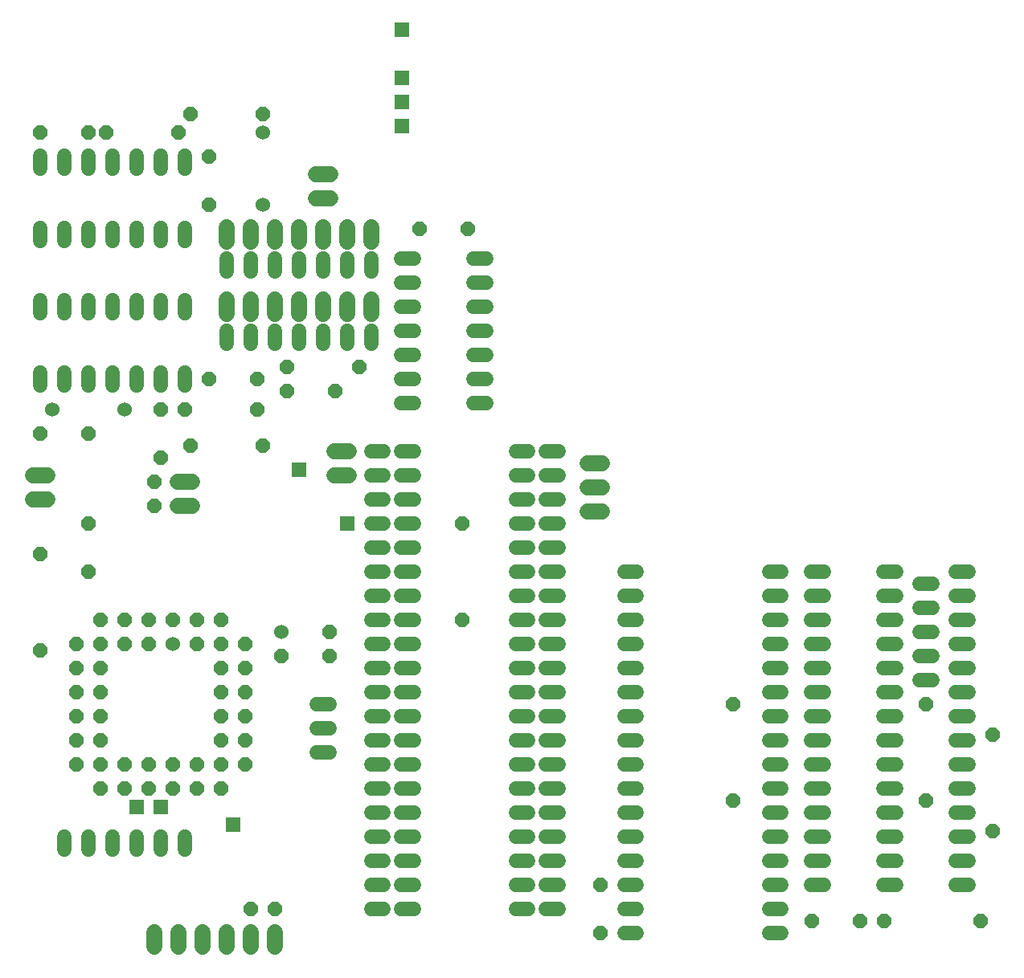
<source format=gbs>
G75*
G70*
%OFA0B0*%
%FSLAX24Y24*%
%IPPOS*%
%LPD*%
%AMOC8*
5,1,8,0,0,1.08239X$1,22.5*
%
%ADD10C,0.0600*%
%ADD11OC8,0.0600*%
%ADD12C,0.0680*%
%ADD13C,0.0600*%
%ADD14R,0.0595X0.0595*%
%ADD15R,0.0611X0.0611*%
D10*
X003374Y006150D02*
X003374Y006670D01*
X004374Y006670D02*
X004374Y006150D01*
X005374Y006150D02*
X005374Y006670D01*
X006374Y006670D02*
X006374Y006150D01*
X007374Y006150D02*
X007374Y006670D01*
X008374Y006670D02*
X008374Y006150D01*
X013864Y010160D02*
X014384Y010160D01*
X014384Y011160D02*
X013864Y011160D01*
X013864Y012160D02*
X014384Y012160D01*
X016114Y011660D02*
X016634Y011660D01*
X017364Y011660D02*
X017884Y011660D01*
X017884Y010660D02*
X017364Y010660D01*
X016634Y010660D02*
X016114Y010660D01*
X016114Y009660D02*
X016634Y009660D01*
X017364Y009660D02*
X017884Y009660D01*
X017884Y008660D02*
X017364Y008660D01*
X016634Y008660D02*
X016114Y008660D01*
X016114Y007660D02*
X016634Y007660D01*
X017364Y007660D02*
X017884Y007660D01*
X017884Y006660D02*
X017364Y006660D01*
X016634Y006660D02*
X016114Y006660D01*
X016114Y005660D02*
X016634Y005660D01*
X017364Y005660D02*
X017884Y005660D01*
X017884Y004660D02*
X017364Y004660D01*
X016634Y004660D02*
X016114Y004660D01*
X016114Y003660D02*
X016634Y003660D01*
X017364Y003660D02*
X017884Y003660D01*
X022114Y003660D02*
X022634Y003660D01*
X023364Y003660D02*
X023884Y003660D01*
X023884Y004660D02*
X023364Y004660D01*
X022634Y004660D02*
X022114Y004660D01*
X022114Y005660D02*
X022634Y005660D01*
X023364Y005660D02*
X023884Y005660D01*
X023884Y006660D02*
X023364Y006660D01*
X022634Y006660D02*
X022114Y006660D01*
X022114Y007660D02*
X022634Y007660D01*
X023364Y007660D02*
X023884Y007660D01*
X023884Y008660D02*
X023364Y008660D01*
X022634Y008660D02*
X022114Y008660D01*
X022114Y009660D02*
X022634Y009660D01*
X023364Y009660D02*
X023884Y009660D01*
X023884Y010660D02*
X023364Y010660D01*
X022634Y010660D02*
X022114Y010660D01*
X022114Y011660D02*
X022634Y011660D01*
X023364Y011660D02*
X023884Y011660D01*
X023884Y012660D02*
X023364Y012660D01*
X022634Y012660D02*
X022114Y012660D01*
X022114Y013660D02*
X022634Y013660D01*
X023364Y013660D02*
X023884Y013660D01*
X023884Y014660D02*
X023364Y014660D01*
X022634Y014660D02*
X022114Y014660D01*
X022114Y015660D02*
X022634Y015660D01*
X023364Y015660D02*
X023884Y015660D01*
X023884Y016660D02*
X023364Y016660D01*
X022634Y016660D02*
X022114Y016660D01*
X022114Y017660D02*
X022634Y017660D01*
X023364Y017660D02*
X023884Y017660D01*
X023884Y018660D02*
X023364Y018660D01*
X022634Y018660D02*
X022114Y018660D01*
X022114Y019660D02*
X022634Y019660D01*
X023364Y019660D02*
X023884Y019660D01*
X023884Y020660D02*
X023364Y020660D01*
X022634Y020660D02*
X022114Y020660D01*
X022114Y021660D02*
X022634Y021660D01*
X023364Y021660D02*
X023884Y021660D01*
X023884Y022660D02*
X023364Y022660D01*
X022634Y022660D02*
X022114Y022660D01*
X020884Y024660D02*
X020364Y024660D01*
X020364Y025660D02*
X020884Y025660D01*
X020884Y026660D02*
X020364Y026660D01*
X020364Y027660D02*
X020884Y027660D01*
X020884Y028660D02*
X020364Y028660D01*
X020364Y029660D02*
X020884Y029660D01*
X020884Y030660D02*
X020364Y030660D01*
X017884Y030660D02*
X017364Y030660D01*
X017364Y029660D02*
X017884Y029660D01*
X017884Y028660D02*
X017364Y028660D01*
X017364Y027660D02*
X017884Y027660D01*
X017884Y026660D02*
X017364Y026660D01*
X017364Y025660D02*
X017884Y025660D01*
X017884Y024660D02*
X017364Y024660D01*
X017364Y022660D02*
X017884Y022660D01*
X017884Y021660D02*
X017364Y021660D01*
X016634Y021660D02*
X016114Y021660D01*
X016114Y020660D02*
X016634Y020660D01*
X017364Y020660D02*
X017884Y020660D01*
X017884Y019660D02*
X017364Y019660D01*
X016634Y019660D02*
X016114Y019660D01*
X016114Y018660D02*
X016634Y018660D01*
X017364Y018660D02*
X017884Y018660D01*
X017884Y017660D02*
X017364Y017660D01*
X016634Y017660D02*
X016114Y017660D01*
X016114Y016660D02*
X016634Y016660D01*
X017364Y016660D02*
X017884Y016660D01*
X017884Y015660D02*
X017364Y015660D01*
X016634Y015660D02*
X016114Y015660D01*
X016114Y014660D02*
X016634Y014660D01*
X017364Y014660D02*
X017884Y014660D01*
X017884Y013660D02*
X017364Y013660D01*
X016634Y013660D02*
X016114Y013660D01*
X016114Y012660D02*
X016634Y012660D01*
X017364Y012660D02*
X017884Y012660D01*
X026614Y012660D02*
X027134Y012660D01*
X027134Y011660D02*
X026614Y011660D01*
X026614Y010660D02*
X027134Y010660D01*
X027134Y009660D02*
X026614Y009660D01*
X026614Y008660D02*
X027134Y008660D01*
X027134Y007660D02*
X026614Y007660D01*
X026614Y006660D02*
X027134Y006660D01*
X027134Y005660D02*
X026614Y005660D01*
X026614Y004660D02*
X027134Y004660D01*
X027134Y003660D02*
X026614Y003660D01*
X026614Y002660D02*
X027134Y002660D01*
X032614Y002660D02*
X033134Y002660D01*
X033134Y003660D02*
X032614Y003660D01*
X032614Y004660D02*
X033134Y004660D01*
X033134Y005660D02*
X032614Y005660D01*
X032614Y006660D02*
X033134Y006660D01*
X033134Y007660D02*
X032614Y007660D01*
X032614Y008660D02*
X033134Y008660D01*
X033134Y009660D02*
X032614Y009660D01*
X032614Y010660D02*
X033134Y010660D01*
X033134Y011660D02*
X032614Y011660D01*
X032614Y012660D02*
X033134Y012660D01*
X033134Y013660D02*
X032614Y013660D01*
X032614Y014660D02*
X033134Y014660D01*
X033134Y015660D02*
X032614Y015660D01*
X032614Y016660D02*
X033134Y016660D01*
X033134Y017660D02*
X032614Y017660D01*
X034364Y017660D02*
X034884Y017660D01*
X034364Y017660D01*
X034364Y016660D02*
X034884Y016660D01*
X034364Y016660D01*
X034364Y015660D02*
X034884Y015660D01*
X034364Y015660D01*
X034364Y014660D02*
X034884Y014660D01*
X034364Y014660D01*
X034364Y013660D02*
X034884Y013660D01*
X034364Y013660D01*
X034364Y012660D02*
X034884Y012660D01*
X034364Y012660D01*
X034364Y011660D02*
X034884Y011660D01*
X034364Y011660D01*
X034364Y010660D02*
X034884Y010660D01*
X034364Y010660D01*
X034364Y009660D02*
X034884Y009660D01*
X034364Y009660D01*
X034364Y008660D02*
X034884Y008660D01*
X034364Y008660D01*
X034364Y007660D02*
X034884Y007660D01*
X034364Y007660D01*
X034364Y006660D02*
X034884Y006660D01*
X034364Y006660D01*
X034364Y005660D02*
X034884Y005660D01*
X034364Y005660D01*
X034364Y004660D02*
X034884Y004660D01*
X034364Y004660D01*
X037364Y004660D02*
X037884Y004660D01*
X037884Y005660D02*
X037364Y005660D01*
X037364Y006660D02*
X037884Y006660D01*
X037884Y007660D02*
X037364Y007660D01*
X037364Y008660D02*
X037884Y008660D01*
X037884Y009660D02*
X037364Y009660D01*
X037364Y010660D02*
X037884Y010660D01*
X037884Y011660D02*
X037364Y011660D01*
X037364Y012660D02*
X037884Y012660D01*
X037884Y013660D02*
X037364Y013660D01*
X037364Y014660D02*
X037884Y014660D01*
X037884Y015660D02*
X037364Y015660D01*
X037364Y016660D02*
X037884Y016660D01*
X037884Y017660D02*
X037364Y017660D01*
X038864Y017160D02*
X039384Y017160D01*
X039384Y016160D02*
X038864Y016160D01*
X038864Y015160D02*
X039384Y015160D01*
X039384Y014160D02*
X038864Y014160D01*
X038864Y013160D02*
X039384Y013160D01*
X040364Y012660D02*
X040884Y012660D01*
X040884Y011660D02*
X040364Y011660D01*
X040364Y010660D02*
X040884Y010660D01*
X040884Y009660D02*
X040364Y009660D01*
X040364Y008660D02*
X040884Y008660D01*
X040884Y007660D02*
X040364Y007660D01*
X040364Y006660D02*
X040884Y006660D01*
X040884Y005660D02*
X040364Y005660D01*
X040364Y004660D02*
X040884Y004660D01*
X040884Y013660D02*
X040364Y013660D01*
X040364Y014660D02*
X040884Y014660D01*
X040884Y015660D02*
X040364Y015660D01*
X040364Y016660D02*
X040884Y016660D01*
X040884Y017660D02*
X040364Y017660D01*
X027134Y017660D02*
X026614Y017660D01*
X026614Y016660D02*
X027134Y016660D01*
X027134Y015660D02*
X026614Y015660D01*
X026614Y014660D02*
X027134Y014660D01*
X027134Y013660D02*
X026614Y013660D01*
X016634Y022660D02*
X016114Y022660D01*
X016124Y027150D02*
X016124Y027670D01*
X015124Y027670D02*
X015124Y027150D01*
X014124Y027150D02*
X014124Y027670D01*
X013124Y027670D02*
X013124Y027150D01*
X012124Y027150D02*
X012124Y027670D01*
X011124Y027670D02*
X011124Y027150D01*
X010124Y027150D02*
X010124Y027670D01*
X008374Y028400D02*
X008374Y028920D01*
X007374Y028920D02*
X007374Y028400D01*
X006374Y028400D02*
X006374Y028920D01*
X005374Y028920D02*
X005374Y028400D01*
X004374Y028400D02*
X004374Y028920D01*
X003374Y028920D02*
X003374Y028400D01*
X002374Y028400D02*
X002374Y028920D01*
X002374Y031400D02*
X002374Y031920D01*
X003374Y031920D02*
X003374Y031400D01*
X004374Y031400D02*
X004374Y031920D01*
X005374Y031920D02*
X005374Y031400D01*
X006374Y031400D02*
X006374Y031920D01*
X007374Y031920D02*
X007374Y031400D01*
X008374Y031400D02*
X008374Y031920D01*
X010124Y030670D02*
X010124Y030150D01*
X011124Y030150D02*
X011124Y030670D01*
X012124Y030670D02*
X012124Y030150D01*
X013124Y030150D02*
X013124Y030670D01*
X014124Y030670D02*
X014124Y030150D01*
X015124Y030150D02*
X015124Y030670D01*
X016124Y030670D02*
X016124Y030150D01*
X008374Y025920D02*
X008374Y025400D01*
X007374Y025400D02*
X007374Y025920D01*
X006374Y025920D02*
X006374Y025400D01*
X005374Y025400D02*
X005374Y025920D01*
X004374Y025920D02*
X004374Y025400D01*
X003374Y025400D02*
X003374Y025920D01*
X002374Y025920D02*
X002374Y025400D01*
X002374Y034400D02*
X002374Y034920D01*
X003374Y034920D02*
X003374Y034400D01*
X004374Y034400D02*
X004374Y034920D01*
X005374Y034920D02*
X005374Y034400D01*
X006374Y034400D02*
X006374Y034920D01*
X007374Y034920D02*
X007374Y034400D01*
X008374Y034400D02*
X008374Y034920D01*
D11*
X009374Y034910D03*
X008124Y035910D03*
X008624Y036660D03*
X011624Y036660D03*
X009374Y032910D03*
X005124Y035910D03*
X004374Y035910D03*
X002374Y035910D03*
X009374Y025660D03*
X008374Y024410D03*
X007374Y024410D03*
X008624Y022910D03*
X007374Y022410D03*
X007124Y021410D03*
X007124Y020410D03*
X004374Y019660D03*
X004374Y017660D03*
X004874Y015660D03*
X004874Y014660D03*
X005874Y014660D03*
X005874Y015660D03*
X006874Y015660D03*
X006874Y014660D03*
X007874Y015660D03*
X008874Y015660D03*
X008874Y014660D03*
X009874Y014660D03*
X009874Y015660D03*
X010874Y014660D03*
X010874Y013660D03*
X009874Y013660D03*
X009874Y012660D03*
X009874Y011660D03*
X009874Y010660D03*
X009874Y009660D03*
X008874Y009660D03*
X007874Y009660D03*
X007874Y008660D03*
X008874Y008660D03*
X009874Y008660D03*
X010874Y009660D03*
X010874Y010660D03*
X010874Y011660D03*
X010874Y012660D03*
X012374Y014160D03*
X014374Y014160D03*
X014374Y015160D03*
X019874Y015660D03*
X019874Y019660D03*
X014624Y025160D03*
X015624Y026160D03*
X012624Y026160D03*
X012624Y025160D03*
X011374Y025660D03*
X011374Y024410D03*
X011624Y022910D03*
X004374Y023410D03*
X002374Y023410D03*
X002374Y018410D03*
X003874Y014660D03*
X003874Y013660D03*
X003874Y012660D03*
X003874Y011660D03*
X003874Y010660D03*
X003874Y009660D03*
X004874Y009660D03*
X004874Y008660D03*
X005874Y008660D03*
X005874Y009660D03*
X006874Y009660D03*
X006874Y008660D03*
X004874Y010660D03*
X004874Y011660D03*
X004874Y012660D03*
X004874Y013660D03*
X002374Y014410D03*
X011124Y003660D03*
X012124Y003660D03*
X025624Y002660D03*
X025624Y004660D03*
X031124Y008160D03*
X031124Y012160D03*
X039124Y012160D03*
X041874Y010910D03*
X039124Y008160D03*
X041874Y006910D03*
X041374Y003160D03*
X037374Y003160D03*
X036374Y003160D03*
X034374Y003160D03*
X020124Y031910D03*
X018124Y031910D03*
D12*
X016124Y031960D02*
X016124Y031360D01*
X015124Y031360D02*
X015124Y031960D01*
X014124Y031960D02*
X014124Y031360D01*
X013124Y031360D02*
X013124Y031960D01*
X013824Y033160D02*
X014424Y033160D01*
X014424Y034160D02*
X013824Y034160D01*
X012124Y031960D02*
X012124Y031360D01*
X011124Y031360D02*
X011124Y031960D01*
X010124Y031960D02*
X010124Y031360D01*
X010124Y028960D02*
X010124Y028360D01*
X011124Y028360D02*
X011124Y028960D01*
X012124Y028960D02*
X012124Y028360D01*
X013124Y028360D02*
X013124Y028960D01*
X014124Y028960D02*
X014124Y028360D01*
X015124Y028360D02*
X015124Y028960D01*
X016124Y028960D02*
X016124Y028360D01*
X015174Y022660D02*
X014574Y022660D01*
X014574Y021660D02*
X015174Y021660D01*
X008674Y021410D02*
X008074Y021410D01*
X008074Y020410D02*
X008674Y020410D01*
X002674Y020660D02*
X002074Y020660D01*
X002074Y021660D02*
X002674Y021660D01*
X007124Y002710D02*
X007124Y002110D01*
X008124Y002110D02*
X008124Y002710D01*
X009124Y002710D02*
X009124Y002110D01*
X010124Y002110D02*
X010124Y002710D01*
X011124Y002710D02*
X011124Y002110D01*
X012124Y002110D02*
X012124Y002710D01*
X025074Y020160D02*
X025674Y020160D01*
X025674Y021160D02*
X025074Y021160D01*
X025074Y022160D02*
X025674Y022160D01*
D13*
X012374Y015160D03*
X007874Y014660D03*
X005874Y024410D03*
X002874Y024410D03*
X011624Y032910D03*
X011624Y035910D03*
D14*
X017374Y036160D03*
X017374Y037160D03*
X017374Y038160D03*
X017374Y040160D03*
D15*
X013124Y021910D03*
X015124Y019660D03*
X007374Y007910D03*
X006374Y007910D03*
X010374Y007160D03*
M02*

</source>
